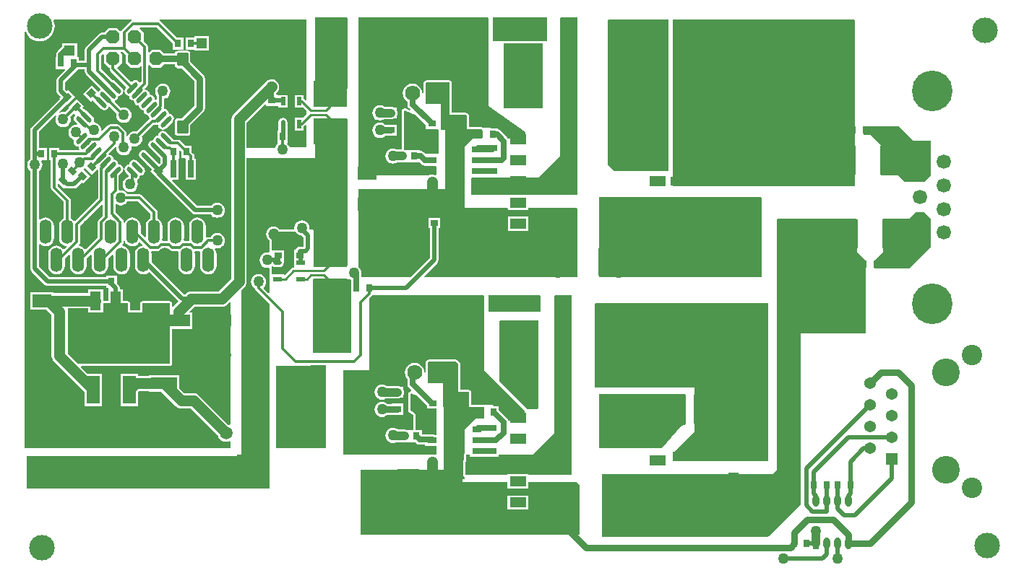
<source format=gtl>
%FSLAX42Y42*%
%MOMM*%
G71*
G01*
G75*
G04 Layer_Physical_Order=1*
G04 Layer_Color=255*
%ADD10R,2.00X3.50*%
%ADD11R,3.61X2.21*%
%ADD12R,1.22X2.24*%
%ADD13R,1.10X1.40*%
%ADD14R,2.10X1.80*%
%ADD15R,1.88X1.17*%
%ADD16R,0.71X2.01*%
%ADD17R,1.55X3.30*%
%ADD18R,2.18X1.52*%
%ADD19R,1.80X3.20*%
%ADD20R,4.00X3.10*%
%ADD21R,1.22X1.22*%
G04:AMPARAMS|DCode=22|XSize=0.55mm|YSize=1.65mm|CornerRadius=0mm|HoleSize=0mm|Usage=FLASHONLY|Rotation=225.000|XOffset=0mm|YOffset=0mm|HoleType=Round|Shape=Round|*
%AMOVALD22*
21,1,1.10,0.55,0.00,0.00,315.0*
1,1,0.55,-0.39,0.39*
1,1,0.55,0.39,-0.39*
%
%ADD22OVALD22*%

G04:AMPARAMS|DCode=23|XSize=0.55mm|YSize=1.65mm|CornerRadius=0mm|HoleSize=0mm|Usage=FLASHONLY|Rotation=135.000|XOffset=0mm|YOffset=0mm|HoleType=Round|Shape=Round|*
%AMOVALD23*
21,1,1.10,0.55,0.00,0.00,225.0*
1,1,0.55,0.39,0.39*
1,1,0.55,-0.39,-0.39*
%
%ADD23OVALD23*%

G04:AMPARAMS|DCode=24|XSize=1.55mm|YSize=1.3mm|CornerRadius=0.1mm|HoleSize=0mm|Usage=FLASHONLY|Rotation=90.000|XOffset=0mm|YOffset=0mm|HoleType=Round|Shape=RoundedRectangle|*
%AMROUNDEDRECTD24*
21,1,1.55,1.10,0,0,90.0*
21,1,1.35,1.30,0,0,90.0*
1,1,0.20,0.55,0.68*
1,1,0.20,0.55,-0.68*
1,1,0.20,-0.55,-0.68*
1,1,0.20,-0.55,0.68*
%
%ADD24ROUNDEDRECTD24*%
%ADD25R,0.55X1.00*%
%ADD26O,0.55X1.00*%
%ADD27R,1.10X1.70*%
%ADD28R,0.90X0.70*%
%ADD29R,1.14X0.76*%
%ADD30R,2.26X3.00*%
%ADD31R,1.20X1.20*%
%ADD32R,2.60X1.10*%
%ADD33R,0.80X0.90*%
%ADD34R,0.90X0.80*%
%ADD35R,1.00X0.55*%
%ADD36O,1.00X0.55*%
%ADD37R,0.70X0.90*%
%ADD38R,1.40X3.30*%
%ADD39R,1.22X1.22*%
G04:AMPARAMS|DCode=40|XSize=0.9mm|YSize=0.7mm|CornerRadius=0mm|HoleSize=0mm|Usage=FLASHONLY|Rotation=315.000|XOffset=0mm|YOffset=0mm|HoleType=Round|Shape=Rectangle|*
%AMROTATEDRECTD40*
4,1,4,-0.57,0.07,-0.07,0.57,0.57,-0.07,0.07,-0.57,-0.57,0.07,0.0*
%
%ADD40ROTATEDRECTD40*%

G04:AMPARAMS|DCode=41|XSize=0.9mm|YSize=0.8mm|CornerRadius=0mm|HoleSize=0mm|Usage=FLASHONLY|Rotation=45.000|XOffset=0mm|YOffset=0mm|HoleType=Round|Shape=Rectangle|*
%AMROTATEDRECTD41*
4,1,4,-0.04,-0.60,-0.60,-0.04,0.04,0.60,0.60,0.04,-0.04,-0.60,0.0*
%
%ADD41ROTATEDRECTD41*%

G04:AMPARAMS|DCode=42|XSize=0.9mm|YSize=0.8mm|CornerRadius=0mm|HoleSize=0mm|Usage=FLASHONLY|Rotation=135.000|XOffset=0mm|YOffset=0mm|HoleType=Round|Shape=Rectangle|*
%AMROTATEDRECTD42*
4,1,4,0.60,-0.04,0.04,-0.60,-0.60,0.04,-0.04,0.60,0.60,-0.04,0.0*
%
%ADD42ROTATEDRECTD42*%

G04:AMPARAMS|DCode=43|XSize=0.9mm|YSize=0.7mm|CornerRadius=0mm|HoleSize=0mm|Usage=FLASHONLY|Rotation=225.000|XOffset=0mm|YOffset=0mm|HoleType=Round|Shape=Rectangle|*
%AMROTATEDRECTD43*
4,1,4,0.07,0.57,0.57,0.07,-0.07,-0.57,-0.57,-0.07,0.07,0.57,0.0*
%
%ADD43ROTATEDRECTD43*%

%ADD44R,1.52X2.18*%
%ADD45R,0.80X1.40*%
%ADD46O,0.80X1.40*%
%ADD47R,3.02X1.42*%
%ADD48R,1.42X3.02*%
%ADD49R,1.40X1.39*%
%ADD50R,4.86X3.36*%
%ADD51C,1.27*%
%ADD52C,0.50*%
%ADD53C,0.70*%
%ADD54C,0.64*%
%ADD55C,0.30*%
%ADD56C,0.75*%
%ADD57C,1.00*%
%ADD58C,0.25*%
%ADD59C,0.51*%
%ADD60R,1.50X1.50*%
%ADD61C,1.50*%
G04:AMPARAMS|DCode=62|XSize=1.57mm|YSize=1.57mm|CornerRadius=0mm|HoleSize=0mm|Usage=FLASHONLY|Rotation=0.000|XOffset=0mm|YOffset=0mm|HoleType=Round|Shape=Octagon|*
%AMOCTAGOND62*
4,1,8,0.79,-0.39,0.79,0.39,0.39,0.79,-0.39,0.79,-0.79,0.39,-0.79,-0.39,-0.39,-0.79,0.39,-0.79,0.79,-0.39,0.0*
%
%ADD62OCTAGOND62*%

%ADD63C,4.76*%
%ADD64R,1.69X1.69*%
%ADD65C,1.69*%
%ADD66O,1.42X2.84*%
%ADD67C,2.30*%
%ADD68C,1.78*%
%ADD69C,3.00*%
%ADD70C,3.25*%
%ADD71C,2.40*%
%ADD72C,1.37*%
%ADD73R,1.37X1.37*%
%ADD74C,1.27*%
%ADD75C,0.80*%
G36*
X10862Y5283D02*
X10871Y5274D01*
X10871Y4343D01*
X8975Y4343D01*
X8966Y4352D01*
X8966Y5283D01*
X10862Y5283D01*
D02*
G37*
G36*
X12852Y5029D02*
Y4750D01*
Y4699D01*
X12776Y4623D01*
X12598Y4445D01*
X12497D01*
X12192Y4448D01*
Y4543D01*
X12294Y4645D01*
Y4674D01*
Y5029D01*
X12598D01*
X12675Y5105D01*
X12776D01*
X12852Y5029D01*
D02*
G37*
G36*
X3937Y3378D02*
Y3327D01*
X2863D01*
X2743Y3447D01*
Y3981D01*
X2985D01*
Y3932D01*
X3157D01*
Y4039D01*
X3447D01*
Y3932D01*
X3619D01*
Y4039D01*
X3937D01*
Y3378D01*
D02*
G37*
G36*
X8280Y4123D02*
X8280Y3937D01*
X7680Y3937D01*
X7671Y3946D01*
X7671Y4132D01*
X8271Y4132D01*
X8280Y4123D01*
D02*
G37*
G36*
X5173Y4913D02*
X5188Y4906D01*
X5201Y4896D01*
X5209Y4887D01*
X5210Y4886D01*
X5211Y4884D01*
X5214Y4882D01*
X5216Y4880D01*
X5218Y4880D01*
X5219Y4879D01*
X5222Y4878D01*
X5225Y4877D01*
X5227Y4877D01*
X5229Y4877D01*
X5390D01*
X5391Y4877D01*
X5392Y4877D01*
X5396Y4878D01*
X5400Y4879D01*
X5409Y4880D01*
X5423Y4862D01*
X5442Y4847D01*
X5463Y4838D01*
X5481Y4836D01*
X5505Y4812D01*
Y4705D01*
X5461D01*
X5441Y4701D01*
X5425Y4690D01*
X5414Y4673D01*
X5413Y4669D01*
X5391D01*
Y4539D01*
X5391D01*
X5394Y4536D01*
Y4462D01*
X5383Y4458D01*
X5370Y4455D01*
X5358Y4447D01*
X5358Y4447D01*
X5285Y4375D01*
X5274Y4377D01*
Y4377D01*
X5274Y4377D01*
X5140D01*
X5131Y4386D01*
Y4446D01*
X5131Y4448D01*
X5131Y4449D01*
X5131Y4450D01*
X5130Y4454D01*
X5129Y4458D01*
Y4458D01*
X5130Y4467D01*
X5132Y4470D01*
X5142Y4474D01*
X5156Y4465D01*
X5176Y4461D01*
X5221D01*
X5242Y4465D01*
X5259Y4477D01*
X5271Y4494D01*
X5275Y4515D01*
X5273Y4526D01*
X5277Y4539D01*
X5277D01*
X5277Y4539D01*
Y4659D01*
X5137D01*
X5131Y4669D01*
Y4779D01*
X5131Y4780D01*
X5131Y4782D01*
X5130Y4785D01*
X5129Y4789D01*
X5128Y4790D01*
X5127Y4792D01*
X5125Y4794D01*
X5123Y4797D01*
X5122Y4798D01*
X5121Y4799D01*
X5111Y4806D01*
X5101Y4820D01*
X5095Y4835D01*
X5093Y4851D01*
X5095Y4868D01*
X5101Y4883D01*
X5104Y4887D01*
X5104Y4887D01*
X5111Y4896D01*
X5121Y4904D01*
X5124Y4906D01*
X5140Y4913D01*
X5156Y4915D01*
X5173Y4913D01*
D02*
G37*
G36*
X3640Y5162D02*
X3640Y5162D01*
X3714Y5089D01*
Y5035D01*
X3707Y5032D01*
X3687Y5016D01*
X3671Y4996D01*
X3662Y4973D01*
X3658Y4948D01*
Y4820D01*
X3646Y4815D01*
X3598Y4863D01*
Y4948D01*
X3595Y4973D01*
X3585Y4996D01*
X3570Y5016D01*
X3550Y5032D01*
X3526Y5042D01*
X3501Y5045D01*
X3476Y5042D01*
X3453Y5032D01*
X3433Y5016D01*
X3417Y4996D01*
X3412Y4983D01*
X3399Y4986D01*
Y4994D01*
X3396Y5010D01*
X3387Y5023D01*
X3387Y5023D01*
X3301Y5109D01*
Y5199D01*
X3312Y5204D01*
X3319Y5199D01*
X3340Y5190D01*
X3363Y5187D01*
X3387Y5190D01*
X3408Y5199D01*
X3427Y5214D01*
X3441Y5232D01*
X3442Y5236D01*
X3567D01*
X3640Y5162D01*
D02*
G37*
G36*
X8712Y7391D02*
X8712Y5309D01*
X7468Y5309D01*
X7468Y5503D01*
X7477Y5512D01*
X8255D01*
X8280Y5537D01*
X8458Y5715D01*
X8509Y5766D01*
Y7382D01*
X8518Y7391D01*
X8712Y7391D01*
D02*
G37*
G36*
X6020Y4485D02*
X6009Y4481D01*
X5629D01*
X5620Y4490D01*
Y4892D01*
X5620Y4892D01*
Y4892D01*
X5620Y4896D01*
X5613Y4902D01*
X5610Y4902D01*
X5610D01*
X5610D01*
X5582D01*
X5574Y4912D01*
X5576Y4925D01*
X5573Y4948D01*
X5564Y4969D01*
X5550Y4988D01*
X5531Y5002D01*
X5510Y5011D01*
X5486Y5014D01*
X5463Y5011D01*
X5442Y5002D01*
X5423Y4988D01*
X5409Y4969D01*
X5400Y4948D01*
X5397Y4925D01*
X5399Y4912D01*
X5390Y4902D01*
X5229D01*
X5219Y4915D01*
X5201Y4929D01*
X5179Y4938D01*
X5156Y4941D01*
X5133Y4938D01*
X5112Y4929D01*
X5093Y4915D01*
X5084Y4902D01*
D01*
X5079Y4896D01*
X5070Y4875D01*
X5067Y4851D01*
X5070Y4828D01*
X5079Y4807D01*
X5093Y4788D01*
X5105Y4779D01*
Y4645D01*
X5093Y4634D01*
X5080Y4636D01*
X5057Y4633D01*
X5035Y4624D01*
X5017Y4610D01*
X5003Y4591D01*
X4994Y4570D01*
X4991Y4547D01*
X4994Y4523D01*
X5003Y4502D01*
X5017Y4483D01*
X5035Y4469D01*
X5057Y4460D01*
X5080Y4457D01*
X5093Y4459D01*
X5105Y4448D01*
Y4343D01*
X5105D01*
Y4164D01*
X5094Y4159D01*
X5038Y4215D01*
X5039Y4227D01*
X5042Y4229D01*
X5056Y4248D01*
X5065Y4269D01*
X5068Y4293D01*
X5065Y4316D01*
X5056Y4337D01*
X5042Y4356D01*
X5023Y4370D01*
X5002Y4379D01*
X4978Y4382D01*
X4955Y4379D01*
X4934Y4370D01*
X4915Y4356D01*
X4901Y4337D01*
X4892Y4316D01*
X4889Y4293D01*
X4892Y4269D01*
X4901Y4248D01*
X4915Y4229D01*
X4934Y4215D01*
X4938Y4213D01*
X4940Y4203D01*
X4941Y4201D01*
X4950Y4188D01*
X5105Y4032D01*
Y3302D01*
Y2337D01*
X5105D01*
Y1865D01*
X4733Y1865D01*
X4733Y1865D01*
X2261D01*
Y2250D01*
X4724D01*
Y2261D01*
X4775D01*
Y4192D01*
X4813Y4229D01*
X4827Y4248D01*
X4836Y4269D01*
X4839Y4293D01*
Y4911D01*
Y5063D01*
Y5131D01*
Y5740D01*
X5639D01*
Y6198D01*
X6020D01*
Y4485D01*
D02*
G37*
G36*
X3152Y5189D02*
Y5067D01*
X3107Y5023D01*
X3098Y5010D01*
X3098Y5007D01*
X3095Y4994D01*
X3095Y4994D01*
Y4808D01*
X2960Y4673D01*
X2944Y4674D01*
X2935Y4686D01*
X2915Y4702D01*
X2891Y4711D01*
X2879Y4713D01*
X2875Y4726D01*
X2879Y4731D01*
X2879Y4731D01*
X2888Y4744D01*
X2891Y4760D01*
Y4945D01*
X3140Y5194D01*
X3152Y5189D01*
D02*
G37*
G36*
X6051Y4317D02*
X6065Y4311D01*
Y4286D01*
X6063D01*
Y4146D01*
X6063D01*
X6067Y4142D01*
Y3458D01*
X6065Y3454D01*
X5613D01*
Y4318D01*
X6050D01*
X6051Y4317D01*
D02*
G37*
G36*
X8647Y4139D02*
X8647Y2027D01*
X8142D01*
X8135Y2033D01*
Y2033D01*
X7897D01*
Y2027D01*
X7402D01*
X7402Y2182D01*
X7411Y2191D01*
X7412D01*
Y2260D01*
X7452D01*
Y2240D01*
X7616D01*
Y2240D01*
X7725D01*
X7731Y2242D01*
X7795D01*
Y2260D01*
X8190D01*
X8215Y2285D01*
X8393Y2463D01*
X8444Y2514D01*
Y4130D01*
X8453Y4139D01*
X8647Y4139D01*
D02*
G37*
G36*
X9982Y2963D02*
X9982Y2616D01*
X9931Y2603D01*
X9703Y2337D01*
X8966D01*
Y2972D01*
X9973D01*
X9982Y2963D01*
D02*
G37*
G36*
X11328Y5029D02*
Y5029D01*
X11980Y5029D01*
X11989Y5020D01*
Y4645D01*
X12090Y4543D01*
Y3683D01*
X11328Y3683D01*
X11328Y2032D01*
Y1981D01*
Y1676D01*
X10959Y1307D01*
X10947Y1312D01*
Y1295D01*
X9003D01*
Y2032D01*
X10998D01*
X11049Y2083D01*
X11049Y5020D01*
X11058Y5029D01*
X11328Y5029D01*
D02*
G37*
G36*
X10947Y4039D02*
X10947Y3057D01*
X10947Y3057D01*
X10947Y2193D01*
X10938Y2184D01*
X9830D01*
Y2283D01*
X9855Y2308D01*
X10084Y2537D01*
X10084Y3048D01*
X8915Y3048D01*
X8915Y4030D01*
X8924Y4039D01*
X10947Y4039D01*
D02*
G37*
G36*
X5766Y2337D02*
X5191Y2337D01*
X5182Y2346D01*
Y3302D01*
X5588D01*
Y3312D01*
X5766D01*
Y2337D01*
D02*
G37*
G36*
X7315Y3327D02*
Y3073D01*
Y2997D01*
X7442D01*
Y2819D01*
X7148D01*
X7620Y2819D01*
X7620D01*
Y2696D01*
X7611Y2687D01*
X7519Y2687D01*
X7452Y2620D01*
X7452D01*
Y2620D01*
X7391Y2559D01*
Y2274D01*
X7388Y2269D01*
X7386Y2260D01*
Y2202D01*
X7384Y2200D01*
X7379Y2192D01*
X7377Y2182D01*
X7377Y2027D01*
X7379Y2017D01*
X7384Y2009D01*
X7391Y2004D01*
Y1985D01*
X7382Y1976D01*
X7366D01*
Y1943D01*
X7897D01*
Y1866D01*
X8135D01*
Y1943D01*
X8699D01*
X8738Y1905D01*
Y1753D01*
X8738Y1321D01*
X6181Y1321D01*
X6172Y1330D01*
X6172Y1753D01*
X6172D01*
Y2083D01*
X7148Y2083D01*
X7148Y2819D01*
X7137D01*
Y3099D01*
X6960Y3099D01*
X6960Y3344D01*
X6969Y3353D01*
X7290Y3353D01*
X7315Y3327D01*
D02*
G37*
G36*
X8255Y2810D02*
X8246Y2801D01*
X8121Y2801D01*
X7798Y3124D01*
X7798Y3826D01*
X7807Y3835D01*
X8255D01*
Y2810D01*
D02*
G37*
G36*
X6843Y2948D02*
X6951Y2840D01*
Y2804D01*
X7008D01*
X7014Y2802D01*
X7021D01*
X7027Y2804D01*
X7061D01*
X7061Y2502D01*
X7052Y2493D01*
X7043D01*
X7037Y2497D01*
X7013Y2502D01*
X6895D01*
X6894Y2502D01*
Y2551D01*
X6826D01*
X6817Y2560D01*
X6817Y2739D01*
X6793Y2763D01*
X6756Y2780D01*
X6756Y2973D01*
X6767Y2980D01*
X6843Y2948D01*
D02*
G37*
G36*
X7620Y4126D02*
X7620Y3251D01*
X8096Y2775D01*
X8109Y2709D01*
X8090Y2662D01*
X7905D01*
X7904Y2671D01*
X7904Y2671D01*
X7904Y2671D01*
X7896Y2683D01*
X7890Y2691D01*
X7791Y2790D01*
Y2833D01*
X7729D01*
Y2837D01*
X7721Y2845D01*
X7620D01*
Y2845D01*
X7607Y2845D01*
X7468D01*
Y2997D01*
X7466Y3007D01*
X7460Y3015D01*
X7452Y3021D01*
X7442Y3023D01*
X7341D01*
Y3073D01*
Y3327D01*
X7339Y3337D01*
X7337Y3340D01*
X7333Y3345D01*
X7308Y3371D01*
X7300Y3376D01*
X7290Y3378D01*
X6969Y3378D01*
X6959Y3376D01*
X6951Y3371D01*
X6942Y3362D01*
X6936Y3354D01*
X6934Y3344D01*
X6934Y3232D01*
X6921Y3231D01*
X6918Y3256D01*
X6907Y3283D01*
X6888Y3307D01*
X6865Y3325D01*
X6837Y3337D01*
X6807Y3341D01*
X6777Y3337D01*
X6750Y3325D01*
X6726Y3307D01*
X6708Y3283D01*
X6696Y3256D01*
X6692Y3226D01*
X6696Y3196D01*
X6708Y3168D01*
X6723Y3148D01*
Y3093D01*
X6728Y3070D01*
X6741Y3050D01*
X6771Y3020D01*
X6771Y3017D01*
X6767Y3005D01*
X6764Y3005D01*
X6762D01*
X6760Y3004D01*
X6757Y3003D01*
X6755Y3002D01*
X6753Y3001D01*
X6742Y2994D01*
X6740Y2992D01*
X6738Y2991D01*
X6737Y2989D01*
X6735Y2987D01*
X6734Y2985D01*
X6733Y2982D01*
X6732Y2980D01*
X6731Y2978D01*
Y2975D01*
X6731Y2973D01*
X6731Y2780D01*
X6732Y2775D01*
X6733Y2770D01*
X6733Y2770D01*
X6733Y2770D01*
X6735Y2766D01*
X6738Y2762D01*
X6738Y2762D01*
X6738Y2762D01*
X6742Y2759D01*
X6746Y2756D01*
X6778Y2742D01*
X6792Y2728D01*
X6792Y2560D01*
X6784Y2551D01*
X6764D01*
X6764Y2551D01*
X6764D01*
X6754D01*
Y2551D01*
X6752Y2551D01*
X6716D01*
X6709Y2554D01*
X6689Y2556D01*
X6611D01*
X6598Y2567D01*
X6576Y2575D01*
X6553Y2578D01*
X6530Y2575D01*
X6509Y2567D01*
X6490Y2552D01*
X6476Y2534D01*
X6467Y2512D01*
X6464Y2489D01*
X6467Y2466D01*
X6476Y2445D01*
X6490Y2426D01*
X6509Y2412D01*
X6530Y2403D01*
X6553Y2400D01*
X6576Y2403D01*
X6581Y2405D01*
X6689D01*
X6709Y2408D01*
X6716Y2411D01*
X6752D01*
X6754Y2411D01*
X6754Y2411D01*
X6764D01*
Y2411D01*
X6764Y2411D01*
X6813D01*
X6826Y2398D01*
X6846Y2384D01*
X6869Y2380D01*
X6931D01*
Y2367D01*
X7061D01*
Y2261D01*
X7040D01*
X7037Y2262D01*
X7013Y2265D01*
X6990Y2262D01*
X6987Y2261D01*
X5969D01*
Y2845D01*
Y3251D01*
X6274D01*
Y4098D01*
X6301Y4126D01*
X6308Y4135D01*
X7611Y4135D01*
X7620Y4126D01*
D02*
G37*
G36*
X8306Y6325D02*
X7849D01*
Y7087D01*
X8306D01*
Y6325D01*
D02*
G37*
G36*
X3169Y6958D02*
Y6857D01*
X3221Y6805D01*
X3232D01*
Y6792D01*
X3232Y6792D01*
X3234Y6779D01*
X3235Y6776D01*
X3244Y6763D01*
X3426Y6581D01*
Y6568D01*
X3422Y6565D01*
X3410Y6547D01*
X3406Y6527D01*
X3410Y6506D01*
X3422Y6489D01*
X3439Y6477D01*
X3460Y6473D01*
X3463Y6470D01*
X3467Y6450D01*
X3478Y6432D01*
X3496Y6421D01*
X3516Y6417D01*
X3519Y6414D01*
X3523Y6393D01*
X3535Y6376D01*
X3552Y6364D01*
X3573Y6360D01*
X3576Y6357D01*
X3580Y6336D01*
X3592Y6319D01*
X3609Y6308D01*
X3629Y6303D01*
X3632Y6300D01*
X3637Y6280D01*
X3648Y6263D01*
X3665Y6251D01*
X3686Y6247D01*
X3689Y6244D01*
X3693Y6223D01*
X3698Y6216D01*
X3705Y6206D01*
X3697Y6197D01*
X3554Y6054D01*
X3550Y6055D01*
X3527Y6058D01*
X3503Y6055D01*
X3482Y6046D01*
X3463Y6032D01*
X3449Y6014D01*
X3442Y5997D01*
X3430Y5999D01*
Y6037D01*
X3430Y6037D01*
X3426Y6053D01*
X3424Y6057D01*
X3418Y6066D01*
X3418Y6066D01*
X3357Y6127D01*
X3344Y6136D01*
X3341Y6136D01*
X3328Y6139D01*
X3328Y6139D01*
X3242D01*
X3242Y6139D01*
X3229Y6136D01*
X3227Y6136D01*
X3214Y6127D01*
X3214Y6127D01*
X3147Y6061D01*
X3135Y6067D01*
X3136Y6071D01*
X3133Y6094D01*
X3124Y6116D01*
X3110Y6134D01*
X3091Y6149D01*
X3070Y6157D01*
X3060Y6159D01*
X3058Y6160D01*
X3051Y6173D01*
X3054Y6187D01*
X3050Y6208D01*
X3038Y6225D01*
X2960Y6303D01*
X2943Y6315D01*
X2932Y6317D01*
X2914Y6334D01*
X2935Y6355D01*
X2850Y6440D01*
X2751Y6341D01*
X2756Y6336D01*
Y6323D01*
X2715Y6282D01*
X2712Y6284D01*
X2688Y6287D01*
X2665Y6284D01*
X2651Y6278D01*
X2644Y6289D01*
X2724Y6368D01*
X2730Y6362D01*
X2829Y6461D01*
X2744Y6546D01*
X2731Y6532D01*
X2714Y6549D01*
Y6634D01*
X2862Y6782D01*
X2942D01*
Y6760D01*
X2946Y6740D01*
X2957Y6724D01*
X3128Y6553D01*
X3125Y6538D01*
X3111Y6529D01*
X3108Y6526D01*
X3096Y6524D01*
X3021Y6599D01*
X2922Y6500D01*
X3014Y6408D01*
X3029Y6424D01*
X3042Y6418D01*
X3043Y6414D01*
X3054Y6397D01*
X3132Y6319D01*
X3149Y6308D01*
X3170Y6303D01*
X3190Y6308D01*
X3208Y6319D01*
X3219Y6336D01*
X3221Y6344D01*
X3234Y6348D01*
X3313Y6269D01*
X3310Y6248D01*
X3313Y6225D01*
X3322Y6204D01*
X3336Y6185D01*
X3355Y6171D01*
X3376Y6162D01*
X3400Y6159D01*
X3423Y6162D01*
X3444Y6171D01*
X3463Y6185D01*
X3477Y6204D01*
X3486Y6225D01*
X3489Y6248D01*
X3486Y6272D01*
X3477Y6293D01*
X3463Y6312D01*
X3444Y6326D01*
X3423Y6335D01*
X3400Y6338D01*
X3376Y6335D01*
X3367Y6331D01*
X3292Y6405D01*
X3296Y6419D01*
X3303Y6421D01*
X3321Y6432D01*
X3332Y6450D01*
X3336Y6470D01*
X3339Y6473D01*
X3360Y6477D01*
X3377Y6489D01*
X3389Y6506D01*
X3393Y6527D01*
X3389Y6547D01*
X3377Y6565D01*
X3300Y6642D01*
X3282Y6654D01*
X3267Y6657D01*
X3136Y6788D01*
Y6943D01*
X3158Y6965D01*
X3169Y6958D01*
D02*
G37*
G36*
X7671Y7382D02*
Y6477D01*
X7671Y6350D01*
X8103Y6045D01*
X8103Y5969D01*
X7905D01*
X7894Y5984D01*
X7816Y6063D01*
X7796Y6076D01*
X7780Y6079D01*
Y6090D01*
X7696D01*
Y6096D01*
X7614D01*
X7613Y6097D01*
X7604Y6103D01*
X7595Y6105D01*
X7442D01*
Y6239D01*
X7440Y6249D01*
X7435Y6257D01*
X7426Y6266D01*
X7418Y6272D01*
X7408Y6274D01*
X7248Y6274D01*
X7239Y6283D01*
X7239Y6629D01*
X7237Y6639D01*
X7232Y6647D01*
X7223Y6653D01*
X7214Y6655D01*
X6943Y6655D01*
X6933Y6653D01*
X6925Y6647D01*
X6916Y6638D01*
X6911Y6630D01*
X6909Y6620D01*
Y6508D01*
X6896Y6508D01*
X6893Y6532D01*
X6881Y6560D01*
X6863Y6584D01*
X6839Y6602D01*
X6812Y6613D01*
X6782Y6617D01*
X6752Y6613D01*
X6724Y6602D01*
X6701Y6584D01*
X6682Y6560D01*
X6671Y6532D01*
X6667Y6502D01*
X6671Y6473D01*
X6682Y6445D01*
X6701Y6421D01*
X6723Y6404D01*
Y6372D01*
X6728Y6348D01*
X6741Y6329D01*
X6755Y6315D01*
X6748Y6304D01*
X6700Y6324D01*
X6697Y6325D01*
X6695Y6326D01*
X6692D01*
X6690Y6326D01*
X6687Y6326D01*
X6685D01*
X6683Y6325D01*
X6680Y6324D01*
X6678Y6323D01*
X6676Y6322D01*
X6665Y6315D01*
X6663Y6313D01*
X6661Y6312D01*
X6660Y6309D01*
X6658Y6308D01*
X6657Y6305D01*
X6656Y6303D01*
X6655Y6301D01*
X6654Y6299D01*
Y6296D01*
X6654Y6294D01*
X6654Y5850D01*
X6645Y5841D01*
X6600D01*
X6598Y5843D01*
X6576Y5852D01*
X6553Y5855D01*
X6530Y5852D01*
X6509Y5843D01*
X6490Y5829D01*
X6476Y5810D01*
X6467Y5789D01*
X6464Y5766D01*
X6467Y5743D01*
X6476Y5721D01*
X6490Y5703D01*
X6509Y5688D01*
X6530Y5680D01*
X6553Y5677D01*
X6576Y5680D01*
X6598Y5688D01*
X6600Y5690D01*
X6661D01*
X6681Y5693D01*
X6688Y5696D01*
X6723D01*
X6726Y5696D01*
X6726Y5696D01*
X6736D01*
Y5696D01*
X6736Y5696D01*
X6861D01*
X6885Y5672D01*
X6885Y5672D01*
X6885Y5672D01*
X6895Y5665D01*
X6905Y5658D01*
X6905Y5658D01*
X6905Y5658D01*
X6916Y5656D01*
X6928Y5654D01*
Y5652D01*
X7052D01*
X7061Y5643D01*
Y5549D01*
X7061Y5549D01*
X7048Y5541D01*
X7034Y5547D01*
X7010Y5550D01*
X6987Y5547D01*
X6966Y5538D01*
X6964Y5537D01*
X6156Y5537D01*
X6147Y5546D01*
X6147Y7391D01*
X7662Y7391D01*
X7671Y7382D01*
D02*
G37*
G36*
X2824Y6259D02*
X2825Y6258D01*
X2828Y6246D01*
X2816Y6229D01*
X2812Y6208D01*
X2816Y6188D01*
X2828Y6171D01*
X2853Y6146D01*
X2847Y6134D01*
X2841Y6134D01*
X2818Y6131D01*
X2796Y6123D01*
X2778Y6108D01*
X2763Y6090D01*
X2755Y6068D01*
X2752Y6045D01*
X2755Y6022D01*
X2763Y6001D01*
X2778Y5982D01*
X2796Y5968D01*
X2808Y5963D01*
X2816Y5953D01*
X2812Y5933D01*
X2816Y5912D01*
X2828Y5895D01*
X2845Y5883D01*
X2866Y5879D01*
X2869Y5876D01*
X2873Y5856D01*
X2879Y5847D01*
X2872Y5834D01*
X2646D01*
Y5861D01*
X2526D01*
Y5721D01*
X2546D01*
Y5396D01*
X2546Y5396D01*
X2549Y5383D01*
X2549Y5380D01*
X2558Y5367D01*
X2698Y5227D01*
Y5035D01*
X2691Y5032D01*
X2671Y5016D01*
X2655Y4996D01*
X2646Y4973D01*
X2642Y4948D01*
Y4806D01*
X2646Y4781D01*
X2655Y4757D01*
X2671Y4737D01*
X2691Y4722D01*
X2714Y4712D01*
X2726Y4711D01*
X2730Y4697D01*
X2706Y4673D01*
X2690Y4675D01*
X2681Y4686D01*
X2661Y4702D01*
X2637Y4711D01*
X2612Y4715D01*
X2587Y4711D01*
X2564Y4702D01*
X2544Y4686D01*
X2528Y4666D01*
X2519Y4643D01*
X2515Y4618D01*
Y4475D01*
X2519Y4450D01*
X2528Y4427D01*
X2544Y4407D01*
X2564Y4392D01*
X2587Y4382D01*
X2612Y4379D01*
X2637Y4382D01*
X2661Y4392D01*
X2681Y4407D01*
X2696Y4427D01*
X2706Y4450D01*
X2709Y4475D01*
Y4561D01*
X2757Y4608D01*
X2769Y4603D01*
Y4475D01*
X2773Y4450D01*
X2782Y4427D01*
X2798Y4407D01*
X2818Y4392D01*
X2841Y4382D01*
X2866Y4379D01*
X2891Y4382D01*
X2915Y4392D01*
X2935Y4407D01*
X2950Y4427D01*
X2960Y4450D01*
X2963Y4475D01*
Y4560D01*
X3011Y4608D01*
X3023Y4603D01*
Y4475D01*
X3027Y4450D01*
X3036Y4427D01*
X3052Y4407D01*
X3072Y4392D01*
X3095Y4382D01*
X3120Y4379D01*
X3145Y4382D01*
X3169Y4392D01*
X3189Y4407D01*
X3204Y4427D01*
X3214Y4450D01*
X3217Y4475D01*
Y4561D01*
X3265Y4608D01*
X3277Y4603D01*
Y4475D01*
X3281Y4450D01*
X3290Y4427D01*
X3306Y4407D01*
X3326Y4392D01*
X3349Y4382D01*
X3374Y4379D01*
X3399Y4382D01*
X3423Y4392D01*
X3443Y4407D01*
X3458Y4427D01*
X3468Y4450D01*
X3471Y4475D01*
Y4618D01*
X3468Y4643D01*
X3458Y4666D01*
X3443Y4686D01*
X3423Y4702D01*
X3399Y4711D01*
X3387Y4713D01*
X3383Y4726D01*
X3387Y4731D01*
X3387Y4731D01*
X3396Y4744D01*
X3399Y4760D01*
Y4768D01*
X3412Y4770D01*
X3417Y4757D01*
X3433Y4737D01*
X3453Y4722D01*
X3476Y4712D01*
X3501Y4709D01*
X3526Y4712D01*
X3550Y4722D01*
X3570Y4737D01*
X3579Y4749D01*
X3595Y4750D01*
X3619Y4726D01*
X3615Y4713D01*
X3603Y4711D01*
X3580Y4702D01*
X3560Y4686D01*
X3544Y4666D01*
X3535Y4643D01*
X3531Y4618D01*
Y4475D01*
X3535Y4450D01*
X3544Y4427D01*
X3560Y4407D01*
X3580Y4392D01*
X3603Y4382D01*
X3628Y4379D01*
X3653Y4382D01*
X3677Y4392D01*
X3696Y4407D01*
X4039Y4064D01*
X3975Y4000D01*
X3975Y3999D01*
X3962Y4003D01*
Y4039D01*
X3961Y4048D01*
X3955Y4057D01*
X3947Y4062D01*
X3937Y4064D01*
X3619D01*
X3609Y4062D01*
X3601Y4057D01*
X3596Y4048D01*
X3594Y4039D01*
Y3958D01*
X3473D01*
Y4039D01*
X3471Y4048D01*
X3465Y4057D01*
X3457Y4062D01*
X3447Y4064D01*
X3388D01*
Y4206D01*
X3353D01*
Y4219D01*
X3349Y4238D01*
X3338Y4255D01*
X3322Y4270D01*
Y4363D01*
X3192D01*
Y4344D01*
X2532D01*
X2409Y4466D01*
Y4727D01*
X2422Y4733D01*
X2437Y4722D01*
X2460Y4712D01*
X2485Y4709D01*
X2510Y4712D01*
X2534Y4722D01*
X2554Y4737D01*
X2569Y4757D01*
X2579Y4781D01*
X2582Y4806D01*
Y4948D01*
X2579Y4973D01*
X2569Y4996D01*
X2554Y5016D01*
X2534Y5032D01*
X2510Y5042D01*
X2485Y5045D01*
X2460Y5042D01*
X2437Y5032D01*
X2422Y5020D01*
X2409Y5027D01*
Y5592D01*
X2421Y5601D01*
X2436Y5620D01*
X2444Y5641D01*
X2447Y5664D01*
X2444Y5687D01*
X2436Y5709D01*
X2435Y5710D01*
X2440Y5721D01*
X2496D01*
Y5861D01*
X2409D01*
Y6054D01*
X2597Y6242D01*
X2608Y6235D01*
X2602Y6221D01*
X2599Y6198D01*
X2602Y6174D01*
X2611Y6153D01*
X2625Y6134D01*
X2644Y6120D01*
X2665Y6111D01*
X2688Y6108D01*
X2712Y6111D01*
X2733Y6120D01*
X2752Y6134D01*
X2766Y6153D01*
X2775Y6174D01*
X2778Y6198D01*
X2775Y6221D01*
X2773Y6225D01*
X2807Y6259D01*
X2824Y6259D01*
D02*
G37*
G36*
X6020Y7382D02*
X6020Y6553D01*
X5889Y6553D01*
X5639Y6553D01*
Y7391D01*
X6011Y7391D01*
X6020Y7382D01*
D02*
G37*
G36*
X8357Y7112D02*
X8306D01*
X8306Y7112D01*
X7849D01*
X7848Y7112D01*
X7731D01*
X7722Y7121D01*
X7722Y7391D01*
X8357D01*
Y7112D01*
D02*
G37*
G36*
X3490Y7366D02*
X3491Y7353D01*
X3489Y7353D01*
X3475Y7344D01*
X3379Y7248D01*
X3372Y7237D01*
X3361Y7234D01*
X3357Y7234D01*
X3324Y7267D01*
X3221D01*
X3169Y7215D01*
Y7214D01*
X3146D01*
X3126Y7210D01*
X3110Y7199D01*
X2957Y7046D01*
X2957Y7046D01*
Y7046D01*
X2946Y7030D01*
X2942Y7010D01*
X2942Y7010D01*
Y6884D01*
X2874D01*
Y6928D01*
X2851D01*
Y7093D01*
X2679D01*
Y7052D01*
X2673Y7048D01*
X2623Y6998D01*
X2611Y6980D01*
X2606Y6957D01*
Y6928D01*
X2604D01*
Y6788D01*
X2708D01*
X2712Y6776D01*
X2627Y6691D01*
X2616Y6674D01*
X2612Y6655D01*
Y6528D01*
X2616Y6508D01*
X2627Y6492D01*
X2658Y6460D01*
X2645Y6447D01*
X2651Y6440D01*
X2322Y6111D01*
X2311Y6095D01*
X2307Y6075D01*
Y5791D01*
Y5737D01*
X2295Y5727D01*
X2281Y5709D01*
X2272Y5687D01*
X2269Y5664D01*
X2272Y5641D01*
X2281Y5620D01*
X2295Y5601D01*
X2307Y5592D01*
Y4445D01*
X2311Y4425D01*
X2322Y4409D01*
X2475Y4257D01*
X2491Y4246D01*
X2511Y4242D01*
X3192D01*
Y4223D01*
X3219D01*
X3222Y4219D01*
X3216Y4206D01*
X3216D01*
Y4064D01*
X3164D01*
X3159Y4070D01*
X3157Y4087D01*
Y4206D01*
X2985D01*
Y4159D01*
X2572D01*
Y4171D01*
X2304D01*
Y3969D01*
X2489D01*
X2552Y3906D01*
Y3422D01*
X2555Y3399D01*
X2564Y3378D01*
X2578Y3359D01*
X2939Y2999D01*
Y2833D01*
X3144D01*
Y3213D01*
X2977D01*
X2900Y3290D01*
X2905Y3302D01*
X3937D01*
X3947Y3304D01*
X3955Y3309D01*
X3961Y3318D01*
X3962Y3327D01*
Y3378D01*
Y3739D01*
X4202D01*
Y3932D01*
X4176D01*
X4171Y3943D01*
X4228Y4000D01*
X4547D01*
X4570Y4003D01*
X4591Y4012D01*
X4610Y4026D01*
X4636Y4053D01*
X4648Y4048D01*
Y2616D01*
X4635Y2607D01*
X4628Y2610D01*
X4280Y2959D01*
X4261Y2973D01*
X4240Y2982D01*
X4216Y2985D01*
X4110D01*
X4050Y3045D01*
Y3195D01*
X3697D01*
Y3188D01*
X3564D01*
Y3213D01*
X3359D01*
Y2833D01*
X3564D01*
Y2999D01*
X3574Y3010D01*
X3697D01*
Y3003D01*
X3839D01*
X4010Y2832D01*
X4028Y2818D01*
X4050Y2809D01*
X4073Y2806D01*
X4179D01*
X4502Y2484D01*
X4510Y2464D01*
X4526Y2443D01*
X4547Y2427D01*
X4571Y2417D01*
X4597Y2414D01*
X4624Y2417D01*
X4635Y2422D01*
X4648Y2414D01*
Y2337D01*
X2244Y2337D01*
X2235Y2346D01*
X2235Y7229D01*
X2248Y7231D01*
X2251Y7223D01*
X2267Y7192D01*
X2289Y7165D01*
X2315Y7144D01*
X2346Y7127D01*
X2379Y7117D01*
X2413Y7114D01*
X2447Y7117D01*
X2480Y7127D01*
X2511Y7144D01*
X2537Y7165D01*
X2559Y7192D01*
X2575Y7223D01*
X2585Y7255D01*
X2589Y7290D01*
X2585Y7324D01*
X2577Y7353D01*
X2583Y7366D01*
X3490Y7366D01*
D02*
G37*
G36*
X3423Y6955D02*
Y6857D01*
X3475Y6805D01*
X3578D01*
X3593Y6819D01*
X3605Y6815D01*
Y6638D01*
X3595Y6630D01*
X3583Y6632D01*
X3575Y6642D01*
X3558Y6654D01*
X3537Y6658D01*
X3517Y6654D01*
X3500Y6642D01*
X3496Y6639D01*
X3483D01*
X3322Y6800D01*
X3324Y6805D01*
X3376Y6857D01*
Y6961D01*
X3362Y6975D01*
X3367Y6987D01*
X3391D01*
X3423Y6955D01*
D02*
G37*
G36*
X5537Y7366D02*
Y6425D01*
X5525Y6420D01*
X5510Y6436D01*
X5507Y6438D01*
Y6484D01*
X5402D01*
Y6334D01*
X5503D01*
X5537Y6300D01*
Y6252D01*
X5499Y6214D01*
X5402D01*
Y6064D01*
X5507D01*
Y6113D01*
X5525Y6132D01*
X5537Y6127D01*
Y5867D01*
X5343Y5867D01*
X5335Y5887D01*
X5321Y5905D01*
X5312Y5912D01*
X5317Y5924D01*
X5317D01*
X5317Y5924D01*
Y6064D01*
X5315D01*
Y6103D01*
X5318Y6116D01*
Y6161D01*
X5314Y6182D01*
X5302Y6199D01*
X5285Y6211D01*
X5264Y6215D01*
X5244Y6211D01*
X5227Y6199D01*
X5215Y6182D01*
X5211Y6161D01*
Y6116D01*
X5213Y6103D01*
Y6064D01*
X5197D01*
Y5924D01*
X5199D01*
X5203Y5912D01*
X5195Y5905D01*
X5180Y5887D01*
X5172Y5866D01*
X4848Y5865D01*
X4839Y5874D01*
Y6161D01*
X5049Y6371D01*
X5061Y6366D01*
Y6355D01*
X5201D01*
X5201Y6355D01*
Y6355D01*
X5201Y6355D01*
X5212Y6351D01*
Y6334D01*
X5317D01*
Y6484D01*
X5212D01*
X5212Y6484D01*
D01*
X5201Y6485D01*
Y6485D01*
X5200Y6485D01*
X5182D01*
Y6503D01*
X5194Y6515D01*
X5208Y6534D01*
X5214Y6549D01*
X5217Y6555D01*
X5220Y6579D01*
X5217Y6602D01*
X5208Y6623D01*
X5194Y6642D01*
X5175Y6656D01*
X5154Y6665D01*
X5131Y6668D01*
X5108Y6665D01*
X5101Y6662D01*
X5086Y6656D01*
X5068Y6642D01*
X4687Y6261D01*
X4672Y6242D01*
X4664Y6221D01*
X4661Y6198D01*
Y5131D01*
Y4330D01*
X4510Y4179D01*
X4191D01*
X4168Y4176D01*
X4146Y4167D01*
X4128Y4153D01*
X4116Y4140D01*
X4107D01*
X3725Y4522D01*
Y4618D01*
X3722Y4641D01*
X3724Y4646D01*
X3729Y4654D01*
X3801D01*
X3801Y4654D01*
X3814Y4656D01*
X3817Y4657D01*
X3830Y4666D01*
X3852Y4688D01*
X3911D01*
X3934Y4666D01*
X3934Y4666D01*
X3947Y4657D01*
X3963Y4654D01*
X4036D01*
X4041Y4646D01*
X4042Y4641D01*
X4039Y4618D01*
Y4475D01*
X4043Y4450D01*
X4052Y4427D01*
X4068Y4407D01*
X4088Y4392D01*
X4111Y4382D01*
X4136Y4379D01*
X4161Y4382D01*
X4185Y4392D01*
X4205Y4407D01*
X4220Y4427D01*
X4230Y4450D01*
X4233Y4475D01*
Y4618D01*
X4230Y4641D01*
X4232Y4646D01*
X4237Y4654D01*
X4290D01*
X4295Y4646D01*
X4296Y4641D01*
X4293Y4618D01*
Y4475D01*
X4297Y4450D01*
X4306Y4427D01*
X4322Y4407D01*
X4342Y4392D01*
X4365Y4382D01*
X4390Y4379D01*
X4415Y4382D01*
X4439Y4392D01*
X4459Y4407D01*
X4474Y4427D01*
X4484Y4450D01*
X4487Y4475D01*
Y4618D01*
X4484Y4643D01*
X4474Y4666D01*
X4465Y4679D01*
X4473Y4689D01*
X4473Y4689D01*
X4496Y4686D01*
X4519Y4689D01*
X4540Y4698D01*
X4559Y4712D01*
X4573Y4731D01*
X4582Y4752D01*
X4585Y4775D01*
X4582Y4798D01*
X4573Y4820D01*
X4559Y4838D01*
X4540Y4853D01*
X4519Y4861D01*
X4496Y4864D01*
X4473Y4861D01*
X4451Y4853D01*
X4433Y4838D01*
X4418Y4820D01*
X4417Y4816D01*
X4390D01*
X4390Y4816D01*
X4374Y4813D01*
X4373Y4812D01*
X4364Y4815D01*
X4360Y4819D01*
Y4948D01*
X4357Y4973D01*
X4347Y4996D01*
X4332Y5016D01*
X4312Y5032D01*
X4288Y5042D01*
X4263Y5045D01*
X4238Y5042D01*
X4215Y5032D01*
X4195Y5016D01*
X4179Y4996D01*
X4170Y4973D01*
X4166Y4948D01*
Y4806D01*
X4169Y4782D01*
X4168Y4777D01*
X4163Y4770D01*
X4110D01*
X4105Y4777D01*
X4103Y4782D01*
X4106Y4806D01*
Y4948D01*
X4103Y4973D01*
X4093Y4996D01*
X4078Y5016D01*
X4058Y5032D01*
X4034Y5042D01*
X4009Y5045D01*
X3984Y5042D01*
X3961Y5032D01*
X3941Y5016D01*
X3925Y4996D01*
X3916Y4973D01*
X3912Y4948D01*
Y4806D01*
X3915Y4782D01*
X3914Y4777D01*
X3909Y4770D01*
X3856D01*
X3851Y4777D01*
X3849Y4782D01*
X3852Y4806D01*
Y4948D01*
X3849Y4973D01*
X3839Y4996D01*
X3824Y5016D01*
X3804Y5032D01*
X3796Y5035D01*
Y5105D01*
X3796Y5105D01*
X3793Y5118D01*
X3793Y5121D01*
X3784Y5134D01*
X3698Y5220D01*
X3698Y5220D01*
X3613Y5305D01*
X3600Y5314D01*
X3597Y5315D01*
X3584Y5317D01*
X3584Y5317D01*
X3442D01*
X3441Y5321D01*
X3427Y5340D01*
X3408Y5354D01*
X3387Y5363D01*
X3363Y5366D01*
X3351Y5364D01*
X3341Y5373D01*
Y5541D01*
X3377Y5577D01*
X3389Y5594D01*
X3393Y5615D01*
X3389Y5635D01*
X3377Y5652D01*
X3360Y5664D01*
X3339Y5668D01*
X3336Y5671D01*
X3332Y5692D01*
X3321Y5709D01*
X3303Y5721D01*
X3292Y5723D01*
X3282Y5727D01*
X3278Y5737D01*
X3276Y5748D01*
X3264Y5766D01*
X3247Y5777D01*
X3226Y5781D01*
X3222Y5793D01*
X3221Y5796D01*
X3299Y5873D01*
X3307Y5870D01*
X3310Y5867D01*
X3313Y5844D01*
X3322Y5823D01*
X3336Y5804D01*
X3355Y5790D01*
X3376Y5781D01*
X3400Y5778D01*
X3423Y5781D01*
X3444Y5790D01*
X3463Y5804D01*
X3477Y5823D01*
X3486Y5844D01*
X3489Y5867D01*
X3488Y5877D01*
X3498Y5885D01*
X3503Y5883D01*
X3527Y5880D01*
X3550Y5883D01*
X3571Y5892D01*
X3590Y5906D01*
X3604Y5924D01*
X3613Y5946D01*
X3616Y5969D01*
X3613Y5992D01*
X3611Y5996D01*
X3751Y6136D01*
X3771D01*
X3771Y6136D01*
X3780Y6137D01*
X3799Y6134D01*
X3802Y6131D01*
X3806Y6110D01*
X3818Y6093D01*
X3835Y6081D01*
X3856Y6077D01*
X3876Y6081D01*
X3894Y6093D01*
X3971Y6171D01*
X3983Y6188D01*
X3987Y6208D01*
X3983Y6229D01*
X3971Y6246D01*
X3954Y6258D01*
X3933Y6262D01*
X3930Y6265D01*
X3926Y6286D01*
X3915Y6303D01*
X3897Y6315D01*
X3877Y6319D01*
X3872Y6331D01*
X3870Y6340D01*
X3872Y6350D01*
X3872Y6350D01*
Y6441D01*
X3880Y6442D01*
X3901Y6450D01*
X3920Y6465D01*
X3934Y6483D01*
X3943Y6505D01*
X3946Y6528D01*
X3943Y6551D01*
X3934Y6572D01*
X3920Y6591D01*
X3901Y6605D01*
X3880Y6614D01*
X3857Y6617D01*
X3834Y6614D01*
X3812Y6605D01*
X3794Y6591D01*
X3779Y6572D01*
X3771Y6551D01*
X3768Y6528D01*
X3771Y6505D01*
X3779Y6483D01*
X3790Y6469D01*
Y6438D01*
X3778Y6429D01*
X3764Y6432D01*
X3761Y6435D01*
X3757Y6455D01*
X3745Y6473D01*
X3728Y6484D01*
X3707Y6488D01*
X3704Y6491D01*
X3700Y6512D01*
X3688Y6529D01*
X3671Y6541D01*
X3651Y6545D01*
X3646Y6557D01*
X3645Y6559D01*
X3674Y6588D01*
X3674Y6588D01*
X3680Y6597D01*
X3683Y6601D01*
X3686Y6617D01*
X3686Y6617D01*
Y6831D01*
X3698Y6836D01*
X3729Y6805D01*
X3832D01*
X3872Y6845D01*
X3998D01*
Y6832D01*
X4001Y6819D01*
X4009Y6807D01*
X4020Y6799D01*
X4034Y6797D01*
X4077D01*
X4225Y6649D01*
Y6356D01*
X4077Y6208D01*
X4034D01*
X4020Y6205D01*
X4009Y6198D01*
X4001Y6186D01*
X3998Y6173D01*
Y6037D01*
X4001Y6024D01*
X4009Y6012D01*
X4020Y6004D01*
X4034Y6002D01*
X4144D01*
X4158Y6004D01*
X4169Y6012D01*
X4177Y6024D01*
X4180Y6037D01*
Y6131D01*
X4334Y6285D01*
X4334Y6285D01*
X4347Y6306D01*
X4352Y6330D01*
X4352Y6330D01*
Y6675D01*
X4352Y6675D01*
X4347Y6699D01*
X4334Y6720D01*
X4334Y6720D01*
X4180Y6874D01*
Y6968D01*
X4177Y6981D01*
X4169Y6993D01*
X4158Y7000D01*
X4144Y7003D01*
X4034D01*
X4020Y7000D01*
X4009Y6993D01*
X4001Y6981D01*
X3999Y6973D01*
X3872D01*
X3832Y7013D01*
X3729D01*
X3698Y6982D01*
X3686Y6987D01*
Y7044D01*
X3686Y7044D01*
X3683Y7060D01*
X3680Y7064D01*
X3674Y7073D01*
X3674Y7073D01*
X3630Y7117D01*
Y7215D01*
X3583Y7262D01*
X3589Y7274D01*
X3790D01*
X3976Y7089D01*
Y7017D01*
X4096D01*
Y7157D01*
X4023D01*
X3836Y7344D01*
X3823Y7353D01*
X3820Y7353D01*
X3822Y7366D01*
X5537Y7366D01*
D02*
G37*
G36*
X12649Y5944D02*
X12852D01*
Y5537D01*
X12776Y5461D01*
X12548D01*
X12471Y5537D01*
X12268D01*
Y5893D01*
X12145Y6016D01*
X12072D01*
X12065Y6023D01*
Y6118D01*
X12468D01*
X12471Y6121D01*
X12649Y5944D01*
D02*
G37*
G36*
X9779Y7366D02*
X9779Y5597D01*
X9770Y5588D01*
X9144Y5588D01*
X9068Y5664D01*
X9068Y7357D01*
X9077Y7366D01*
X9779Y7366D01*
D02*
G37*
G36*
X3028Y5549D02*
X3085Y5606D01*
X3097Y5601D01*
Y5266D01*
X2834Y5003D01*
X2817Y5004D01*
X2808Y5016D01*
X2788Y5032D01*
X2780Y5035D01*
Y5243D01*
X2777Y5259D01*
X2768Y5272D01*
X2628Y5413D01*
Y5441D01*
X2639Y5446D01*
X2693Y5392D01*
X2700Y5399D01*
X2715Y5389D01*
X2734Y5385D01*
X2815D01*
X2835Y5389D01*
X2851Y5400D01*
X2908Y5456D01*
X2922Y5443D01*
X3007Y5528D01*
X2932Y5602D01*
X2934Y5619D01*
X2944Y5627D01*
X2950Y5627D01*
X3028Y5549D01*
D02*
G37*
G36*
X7214Y6629D02*
X7214Y6248D01*
X7408Y6248D01*
X7417Y6239D01*
Y6079D01*
X7595D01*
Y5969D01*
X7483D01*
X7391Y5878D01*
X7391Y5156D01*
X7892Y5156D01*
X7901Y5147D01*
Y5138D01*
X8139D01*
Y5156D01*
X8703D01*
X8712Y5147D01*
X8712Y4343D01*
X6922Y4343D01*
X6917Y4355D01*
X7072Y4510D01*
X7080Y4521D01*
X7083Y4527D01*
X7087Y4547D01*
Y4920D01*
X7106D01*
Y4949D01*
Y5040D01*
X6966D01*
Y4920D01*
X6984D01*
Y4568D01*
X6760Y4343D01*
X6189D01*
X6180Y4352D01*
Y4367D01*
X6182Y4371D01*
X6185Y4394D01*
X6182Y4417D01*
X6173Y4439D01*
X6159Y4457D01*
X6147Y4467D01*
X6147Y5156D01*
Y5380D01*
X6634Y5380D01*
X7154Y5380D01*
X7163Y5371D01*
X7163Y6071D01*
X7112D01*
Y6075D01*
X7112Y6076D01*
Y6375D01*
X6934D01*
Y6620D01*
X6943Y6629D01*
X7214Y6629D01*
D02*
G37*
G36*
X11963Y7357D02*
X11963Y5410D01*
X9839Y5410D01*
X9830Y5419D01*
X9830Y7366D01*
X11954Y7366D01*
X11963Y7357D01*
D02*
G37*
G36*
X6825Y6245D02*
X6940Y6129D01*
Y6086D01*
X7004D01*
X7010Y6084D01*
X7016Y6086D01*
X7080D01*
X7087Y6075D01*
X7087Y5800D01*
X7078Y5791D01*
X6939Y5791D01*
X6921Y5809D01*
X6921Y5809D01*
X6921Y5809D01*
X6914Y5814D01*
X6901Y5822D01*
X6901Y5822D01*
X6901Y5822D01*
X6891Y5824D01*
X6878Y5827D01*
X6866Y5828D01*
Y5836D01*
X6736D01*
X6736Y5836D01*
X6736D01*
X6726D01*
Y5836D01*
X6723Y5836D01*
X6688D01*
X6681Y5839D01*
X6679Y5839D01*
X6679Y6294D01*
X6690Y6301D01*
X6825Y6245D01*
D02*
G37*
%LPC*%
G36*
X6401Y6160D02*
X6378Y6157D01*
X6356Y6148D01*
X6338Y6134D01*
X6323Y6115D01*
X6315Y6094D01*
X6312Y6071D01*
X6315Y6047D01*
X6323Y6026D01*
X6338Y6007D01*
X6356Y5993D01*
X6378Y5984D01*
X6401Y5981D01*
X6424Y5984D01*
X6445Y5993D01*
X6463Y6007D01*
X6528D01*
X6529Y6007D01*
X6599D01*
Y6137D01*
X6459D01*
X6459Y6137D01*
Y6137D01*
X6450Y6144D01*
X6445Y6148D01*
X6424Y6157D01*
X6401Y6160D01*
D02*
G37*
G36*
X4397Y7173D02*
X4225D01*
Y7157D01*
X4126D01*
Y7017D01*
X4225D01*
Y7001D01*
X4397D01*
Y7173D01*
D02*
G37*
G36*
X8135Y1785D02*
X7897D01*
Y1618D01*
X8135D01*
Y1785D01*
D02*
G37*
G36*
X3516Y5725D02*
X3496Y5721D01*
X3478Y5709D01*
X3467Y5692D01*
X3463Y5671D01*
X3460Y5668D01*
X3439Y5664D01*
X3422Y5652D01*
X3410Y5635D01*
X3406Y5615D01*
X3410Y5594D01*
X3422Y5577D01*
X3458Y5541D01*
Y5522D01*
X3453Y5522D01*
X3431Y5513D01*
X3413Y5499D01*
X3398Y5480D01*
X3390Y5459D01*
X3387Y5436D01*
X3390Y5412D01*
X3398Y5391D01*
X3413Y5372D01*
X3431Y5358D01*
X3453Y5349D01*
X3476Y5346D01*
X3499Y5349D01*
X3520Y5358D01*
X3539Y5372D01*
X3553Y5391D01*
X3562Y5412D01*
X3565Y5436D01*
X3562Y5459D01*
X3556Y5474D01*
X3558Y5485D01*
X3562Y5490D01*
X3575Y5499D01*
X3587Y5516D01*
X3591Y5537D01*
X3594Y5540D01*
X3615Y5544D01*
X3632Y5555D01*
X3644Y5573D01*
X3648Y5593D01*
X3644Y5614D01*
X3632Y5631D01*
X3554Y5709D01*
X3537Y5721D01*
X3516Y5725D01*
D02*
G37*
G36*
X6401Y6363D02*
X6378Y6360D01*
X6356Y6351D01*
X6338Y6337D01*
X6323Y6318D01*
X6315Y6297D01*
X6312Y6274D01*
X6315Y6251D01*
X6323Y6229D01*
X6338Y6211D01*
X6356Y6196D01*
X6378Y6188D01*
X6401Y6185D01*
X6424Y6188D01*
X6445Y6196D01*
X6446Y6197D01*
X6529D01*
X6549Y6199D01*
X6567Y6207D01*
X6568Y6207D01*
X6599D01*
Y6245D01*
X6602Y6253D01*
X6605Y6272D01*
X6602Y6292D01*
X6599Y6299D01*
Y6337D01*
X6568D01*
X6567Y6338D01*
X6549Y6345D01*
X6529Y6348D01*
X6450D01*
X6445Y6351D01*
X6424Y6360D01*
X6401Y6363D01*
D02*
G37*
G36*
X6426Y2883D02*
X6403Y2880D01*
X6382Y2871D01*
X6363Y2857D01*
X6349Y2839D01*
X6340Y2817D01*
X6337Y2794D01*
X6340Y2771D01*
X6349Y2749D01*
X6363Y2731D01*
X6382Y2717D01*
X6403Y2708D01*
X6426Y2705D01*
X6449Y2708D01*
X6471Y2717D01*
X6489Y2730D01*
X6604D01*
X6606Y2731D01*
X6676D01*
Y2861D01*
X6536D01*
Y2858D01*
X6489D01*
X6471Y2871D01*
X6449Y2880D01*
X6426Y2883D01*
D02*
G37*
G36*
Y3086D02*
X6403Y3083D01*
X6382Y3075D01*
X6363Y3060D01*
X6349Y3042D01*
X6340Y3020D01*
X6337Y2997D01*
X6340Y2974D01*
X6349Y2953D01*
X6363Y2934D01*
X6382Y2920D01*
X6403Y2911D01*
X6426Y2908D01*
X6449Y2911D01*
X6471Y2920D01*
X6471Y2920D01*
X6606D01*
X6625Y2923D01*
X6643Y2930D01*
X6644Y2931D01*
X6676D01*
Y2969D01*
X6679Y2976D01*
X6681Y2996D01*
X6679Y3015D01*
X6676Y3023D01*
Y3061D01*
X6644D01*
X6643Y3061D01*
X6625Y3069D01*
X6606Y3071D01*
X6475D01*
X6471Y3075D01*
X6449Y3083D01*
X6426Y3086D01*
D02*
G37*
G36*
X8139Y5056D02*
X7901D01*
Y4890D01*
X8139D01*
Y5056D01*
D02*
G37*
G36*
X3856Y6064D02*
X3835Y6060D01*
X3818Y6048D01*
X3806Y6031D01*
X3802Y6010D01*
X3799Y6007D01*
X3779Y6003D01*
X3761Y5992D01*
X3750Y5974D01*
X3746Y5954D01*
X3743Y5951D01*
X3722Y5947D01*
X3705Y5935D01*
X3693Y5918D01*
X3689Y5897D01*
X3693Y5877D01*
X3705Y5860D01*
X3782Y5782D01*
X3793Y5774D01*
X3831Y5737D01*
Y5685D01*
X3816Y5670D01*
X3752Y5733D01*
X3745Y5744D01*
X3667Y5822D01*
X3650Y5834D01*
X3629Y5838D01*
X3609Y5834D01*
X3592Y5822D01*
X3580Y5805D01*
X3576Y5784D01*
X3580Y5764D01*
X3592Y5746D01*
X3669Y5669D01*
X3680Y5661D01*
X3724Y5618D01*
Y5605D01*
X3709Y5590D01*
X3763Y5537D01*
X3769Y5528D01*
X4202Y5095D01*
X4218Y5084D01*
X4238Y5080D01*
X4421D01*
X4431Y5068D01*
X4449Y5053D01*
X4471Y5045D01*
X4494Y5042D01*
X4517Y5045D01*
X4538Y5053D01*
X4557Y5068D01*
X4571Y5086D01*
X4580Y5108D01*
X4583Y5131D01*
X4580Y5154D01*
X4571Y5175D01*
X4557Y5194D01*
X4538Y5208D01*
X4517Y5217D01*
X4494Y5220D01*
X4471Y5217D01*
X4449Y5208D01*
X4431Y5194D01*
X4421Y5182D01*
X4259D01*
X3964Y5476D01*
X3969Y5488D01*
X4044D01*
Y5739D01*
X4044Y5739D01*
D01*
X4045Y5747D01*
X4045D01*
X4045Y5751D01*
Y5832D01*
X4057Y5837D01*
X4075Y5819D01*
Y5747D01*
X4115D01*
X4125Y5739D01*
Y5488D01*
X4246D01*
Y5739D01*
X4226D01*
Y5766D01*
X4223Y5782D01*
X4214Y5795D01*
X4214Y5795D01*
X4195Y5814D01*
Y5887D01*
X4123D01*
X4062Y5947D01*
X4049Y5956D01*
X4046Y5956D01*
X4033Y5959D01*
X4033Y5959D01*
X3979D01*
X3971Y5971D01*
X3894Y6048D01*
X3876Y6060D01*
X3856Y6064D01*
D02*
G37*
%LPD*%
D10*
X11871Y5715D02*
D03*
X12361D02*
D03*
X11896Y4851D02*
D03*
X12386D02*
D03*
D11*
X3302Y3447D02*
D03*
D12*
X3071Y4069D02*
D03*
X3302D02*
D03*
X3533D02*
D03*
D13*
X7621Y7214D02*
D03*
X7771D02*
D03*
X7720Y4039D02*
D03*
X7570D02*
D03*
D14*
X7992Y6426D02*
D03*
X7552D02*
D03*
X7902Y3220D02*
D03*
X7462D02*
D03*
D15*
X9656Y5965D02*
D03*
Y5717D02*
D03*
Y5469D02*
D03*
Y5221D02*
D03*
Y4973D02*
D03*
X8020Y5965D02*
D03*
Y5717D02*
D03*
Y5469D02*
D03*
Y5221D02*
D03*
Y4973D02*
D03*
X8016Y1702D02*
D03*
Y1950D02*
D03*
Y2198D02*
D03*
Y2446D02*
D03*
Y2694D02*
D03*
X9652Y1702D02*
D03*
Y1950D02*
D03*
Y2198D02*
D03*
Y2446D02*
D03*
Y2694D02*
D03*
D16*
X3984Y5613D02*
D03*
X4085Y5613D02*
D03*
X4185D02*
D03*
D17*
X5962Y3658D02*
D03*
X6382D02*
D03*
X5937Y7010D02*
D03*
X6357D02*
D03*
X3041Y3023D02*
D03*
X3461D02*
D03*
D18*
X6248Y5201D02*
D03*
Y5569D02*
D03*
X2438Y3702D02*
D03*
Y4070D02*
D03*
D19*
X8555Y3632D02*
D03*
X7905D02*
D03*
X8605Y6858D02*
D03*
X7955D02*
D03*
D20*
X5817Y6054D02*
D03*
Y6494D02*
D03*
Y4614D02*
D03*
Y4174D02*
D03*
D21*
X4311Y7087D02*
D03*
X4522D02*
D03*
D22*
X3499Y5576D02*
D03*
X3555Y5632D02*
D03*
X3612Y5689D02*
D03*
X3668Y5745D02*
D03*
X3725Y5802D02*
D03*
X3781Y5858D02*
D03*
X3838Y5915D02*
D03*
X3895Y5972D02*
D03*
X3301Y6566D02*
D03*
X3244Y6509D02*
D03*
X3187Y6452D02*
D03*
X3131Y6396D02*
D03*
X3074Y6339D02*
D03*
X3018Y6283D02*
D03*
X2961Y6226D02*
D03*
X2905Y6170D02*
D03*
D23*
X3895D02*
D03*
X3838Y6226D02*
D03*
X3781Y6283D02*
D03*
X3725Y6339D02*
D03*
X3668Y6396D02*
D03*
X3612Y6452D02*
D03*
X3555Y6509D02*
D03*
X3499Y6566D02*
D03*
X2905Y5972D02*
D03*
X2961Y5915D02*
D03*
X3018Y5858D02*
D03*
X3074Y5802D02*
D03*
X3131Y5745D02*
D03*
X3187Y5689D02*
D03*
X3244Y5632D02*
D03*
X3301Y5576D02*
D03*
D24*
X4089Y6105D02*
D03*
Y6900D02*
D03*
X4539Y6105D02*
D03*
Y6900D02*
D03*
D25*
X5454Y6409D02*
D03*
X5264D02*
D03*
X5454Y6139D02*
D03*
X5359D02*
D03*
D26*
X5264D02*
D03*
D27*
X8492Y4039D02*
D03*
X8222D02*
D03*
X8298Y7239D02*
D03*
X8568D02*
D03*
D28*
X7021Y2714D02*
D03*
Y2864D02*
D03*
X7730Y5866D02*
D03*
Y5716D02*
D03*
Y5587D02*
D03*
Y5437D02*
D03*
X7010Y6146D02*
D03*
Y5996D02*
D03*
X5207Y4599D02*
D03*
Y4749D02*
D03*
X7725Y2152D02*
D03*
Y2302D02*
D03*
Y2431D02*
D03*
Y2581D02*
D03*
X7036Y4980D02*
D03*
Y5130D02*
D03*
D29*
X7013Y2557D02*
D03*
Y2430D02*
D03*
Y2303D02*
D03*
Y2176D02*
D03*
X7534Y2557D02*
D03*
Y2430D02*
D03*
Y2303D02*
D03*
Y2176D02*
D03*
X7531Y5461D02*
D03*
Y5588D02*
D03*
Y5715D02*
D03*
Y5842D02*
D03*
X7010Y5461D02*
D03*
Y5588D02*
D03*
Y5715D02*
D03*
Y5842D02*
D03*
D30*
X7274Y2366D02*
D03*
X7271Y5651D02*
D03*
D31*
X10541Y1994D02*
D03*
Y2274D02*
D03*
X10490Y5194D02*
D03*
Y5474D02*
D03*
D32*
X9957Y2243D02*
D03*
Y1973D02*
D03*
X10262Y2243D02*
D03*
Y1973D02*
D03*
X6756Y5326D02*
D03*
Y5596D02*
D03*
X10236Y5469D02*
D03*
Y5199D02*
D03*
X9931Y5469D02*
D03*
Y5199D02*
D03*
X6734Y2041D02*
D03*
Y2311D02*
D03*
X10820Y1973D02*
D03*
Y2243D02*
D03*
X10744Y5199D02*
D03*
Y5469D02*
D03*
D33*
X3397Y4293D02*
D03*
X3257D02*
D03*
X6801Y5766D02*
D03*
X6661D02*
D03*
X6689Y2481D02*
D03*
X6829D02*
D03*
X11398Y1219D02*
D03*
X11258D02*
D03*
D34*
X5131Y6420D02*
D03*
Y6280D02*
D03*
X5461Y4744D02*
D03*
Y4604D02*
D03*
X6606Y2796D02*
D03*
Y2996D02*
D03*
X6806Y2896D02*
D03*
X6529Y6072D02*
D03*
Y6272D02*
D03*
X6729Y6172D02*
D03*
D35*
X5469Y4325D02*
D03*
Y4515D02*
D03*
X5199Y4325D02*
D03*
Y4420D02*
D03*
D36*
Y4515D02*
D03*
D37*
X7581Y2763D02*
D03*
X7731D02*
D03*
X6580Y5944D02*
D03*
X6730D02*
D03*
X11939Y6071D02*
D03*
X12089D02*
D03*
X12066Y4496D02*
D03*
X12216D02*
D03*
X2586Y5791D02*
D03*
X2436D02*
D03*
X4186Y7087D02*
D03*
X4036D02*
D03*
X3985Y5817D02*
D03*
X4135D02*
D03*
X2814Y6858D02*
D03*
X2664D02*
D03*
X7720Y6020D02*
D03*
X7570D02*
D03*
X5107Y5994D02*
D03*
X5257D02*
D03*
X6732Y2692D02*
D03*
X6882D02*
D03*
X6123Y4216D02*
D03*
X6273D02*
D03*
X11911Y1905D02*
D03*
X11761D02*
D03*
X11632D02*
D03*
X11482D02*
D03*
D38*
X9029Y4521D02*
D03*
X8649D02*
D03*
D39*
X2765Y7007D02*
D03*
Y7219D02*
D03*
D40*
X3021Y5641D02*
D03*
X2915Y5535D02*
D03*
X2792Y5590D02*
D03*
X2686Y5484D02*
D03*
D41*
X2918Y6603D02*
D03*
X3017Y6504D02*
D03*
D42*
X3706Y5488D02*
D03*
X3805Y5587D02*
D03*
D43*
X2843Y6348D02*
D03*
X2737Y6454D02*
D03*
D44*
X5683Y3048D02*
D03*
X6051D02*
D03*
D45*
X11506Y1219D02*
D03*
D46*
X11633D02*
D03*
X11760D02*
D03*
X11887D02*
D03*
X11506Y1719D02*
D03*
X11633D02*
D03*
X11760D02*
D03*
X11887D02*
D03*
D47*
X4507Y3835D02*
D03*
X4026D02*
D03*
X4355Y3099D02*
D03*
X3874D02*
D03*
D48*
X4115Y2526D02*
D03*
Y2045D02*
D03*
D49*
X9686Y6207D02*
D03*
Y6391D02*
D03*
X9914Y2702D02*
D03*
Y2886D02*
D03*
D50*
X10084Y6299D02*
D03*
X10312Y2794D02*
D03*
D51*
X3869Y3099D02*
X4073Y2896D01*
X4216D02*
X4597Y2515D01*
X4073Y2896D02*
X4216D01*
X2515Y4070D02*
X3070D01*
X2438D02*
X2515D01*
X2642Y3943D01*
Y3422D02*
Y3943D01*
Y3422D02*
X3041Y3023D01*
X4039Y3937D02*
X4191Y4089D01*
X4039Y3861D02*
Y3937D01*
X4013Y3835D02*
X4039Y3861D01*
X7010Y5359D02*
Y5461D01*
X7013Y2060D02*
Y2176D01*
X4191Y4089D02*
X4547D01*
X4750Y4293D01*
Y6198D02*
X5131Y6579D01*
X4750Y4293D02*
Y5131D01*
Y6198D01*
X3537Y3099D02*
X3869D01*
X3461Y3023D02*
X3537Y3099D01*
X6960Y2007D02*
X7013Y2060D01*
D52*
X4085Y4089D02*
X4191D01*
X3628Y4547D02*
X4085Y4089D01*
X3302Y4069D02*
Y4219D01*
X3228Y4293D02*
X3302Y4219D01*
X2511Y4293D02*
X3228D01*
X2358Y4445D02*
X2511Y4293D01*
X2358Y6075D02*
X2737Y6454D01*
X2358Y5791D02*
Y6075D01*
Y5791D02*
X2434D01*
X2358Y4445D02*
Y5791D01*
X2511Y6227D02*
X2737Y6454D01*
X3805Y5587D02*
X3805D01*
X3882Y5664D01*
Y5758D01*
X3781Y5858D02*
X3882Y5758D01*
X2663Y6655D02*
X2841Y6833D01*
X2663Y6528D02*
Y6655D01*
Y6528D02*
X2737Y6454D01*
X2993Y6760D02*
Y6833D01*
Y7010D01*
X2841Y6833D02*
X2993D01*
X4238Y5131D02*
X4494D01*
X3805Y5564D02*
X4238Y5131D01*
X3805Y5564D02*
Y5587D01*
X2686Y5672D02*
X2690Y5677D01*
X2686Y5485D02*
Y5672D01*
Y5485D02*
X2686Y5484D01*
Y5484D02*
X2734Y5436D01*
X2815D01*
X2915Y5535D01*
X2686Y5484D02*
Y5484D01*
X3805Y5587D02*
Y5609D01*
X3668Y5745D02*
X3805Y5609D01*
X2993Y7010D02*
X2993Y7010D01*
X3146Y7163D02*
X3273D01*
X2993Y7010D02*
X3146Y7163D01*
X2993Y6760D02*
X3244Y6509D01*
X5264Y6002D02*
Y6139D01*
X5257Y5994D02*
X5264Y6002D01*
X5131Y6420D02*
X5253D01*
X5264Y6409D01*
X5207Y4523D02*
Y4599D01*
X5199Y4515D02*
X5207Y4523D01*
X5167Y4547D02*
X5199Y4515D01*
X5080Y4547D02*
X5167D01*
X5131Y6420D02*
Y6579D01*
X5131Y6420D02*
X5131Y6420D01*
X5527Y4654D02*
X5556Y4683D01*
Y4834D01*
X5486Y4903D02*
X5556Y4834D01*
X5486Y4903D02*
Y4925D01*
X5469Y4515D02*
Y4596D01*
X5461Y4604D02*
X5469Y4596D01*
X5461Y4604D02*
Y4654D01*
X5527D01*
X11506Y1719D02*
Y1778D01*
X11481Y1803D02*
X11506Y1778D01*
X11481Y1803D02*
Y1904D01*
X11482Y1905D01*
X11760Y1719D02*
Y1904D01*
X11761Y1905D01*
X11887Y1719D02*
Y1778D01*
X11913Y1803D01*
Y1904D01*
X11911Y1905D02*
X11913Y1904D01*
X11482Y1829D02*
Y2059D01*
X11887Y2464D01*
X12395D01*
X11760Y1626D02*
Y1719D01*
Y1626D02*
X11836Y1549D01*
X11887D01*
X11963D02*
X12395Y1981D01*
Y2210D01*
X11469Y1599D02*
X11632D01*
X11397Y1671D02*
X11469Y1599D01*
X11397Y1671D02*
Y2101D01*
X12141Y2845D01*
X11632Y1599D02*
Y1905D01*
X11887Y1549D02*
X11963D01*
X11760Y1041D02*
Y1219D01*
X11398Y1219D02*
X11398Y1219D01*
X11506D01*
X11582Y1041D02*
X11633Y1092D01*
Y1219D01*
X11125Y1041D02*
X11582D01*
X11911Y1829D02*
Y2183D01*
X12065Y2337D01*
X12141D01*
D53*
X6784Y3093D02*
Y3226D01*
Y3093D02*
X7014Y2864D01*
X6784Y6372D02*
Y6502D01*
Y6372D02*
X7010Y6146D01*
X7730Y5716D02*
X7822D01*
X7851Y5745D01*
Y5941D01*
X7772Y6020D02*
X7851Y5941D01*
X7720Y6020D02*
X7772D01*
X7531Y5842D02*
X7555Y5866D01*
X7531Y5842D02*
X7714D01*
X7555Y5866D02*
X7730D01*
X7532Y5716D02*
X7730D01*
X7532Y5587D02*
X7730D01*
X6801Y5766D02*
X6878D01*
X6928Y5715D01*
X7010D01*
X7013Y2430D02*
Y2441D01*
X6829Y2481D02*
X6869Y2441D01*
X7731Y2763D02*
X7847Y2648D01*
Y2517D02*
Y2648D01*
X7761Y2431D02*
X7847Y2517D01*
X7725Y2431D02*
X7761D01*
X7558Y2581D02*
X7725D01*
X7534Y2557D02*
X7558Y2581D01*
X7535Y2302D02*
X7725D01*
X7534Y2303D02*
X7535Y2302D01*
Y2431D02*
X7725D01*
X7534Y2430D02*
X7535Y2431D01*
X7014Y2864D02*
X7021D01*
X6869Y2441D02*
X7013D01*
D54*
X2664Y6858D02*
Y6957D01*
X2714Y7007D01*
X6096Y4394D02*
X6123Y4368D01*
Y4216D02*
Y4368D01*
D55*
X2586Y5793D02*
X2953D01*
X2586Y5791D02*
X2587Y5790D01*
Y5396D02*
Y5790D01*
Y5396D02*
X2739Y5243D01*
Y4877D02*
Y5243D01*
X2586Y5791D02*
X2587D01*
X3820Y6226D02*
X3838D01*
X3771Y6176D02*
X3820Y6226D01*
X3734Y6176D02*
X3771D01*
X3527Y5969D02*
X3734Y6176D01*
X3831Y6502D02*
X3857Y6528D01*
X3831Y6350D02*
Y6502D01*
X3781Y6300D02*
X3831Y6350D01*
X3781Y6283D02*
Y6300D01*
X3856Y5915D02*
X3908Y5863D01*
X3938D01*
X3985Y5817D01*
X4033Y5918D02*
X4135Y5817D01*
X3948Y5918D02*
X4033D01*
X3895Y5972D02*
X3948Y5918D01*
X3476Y5436D02*
X3499Y5458D01*
Y5576D01*
X3669Y5191D02*
X3755Y5105D01*
Y4877D02*
Y5105D01*
X3669Y5191D02*
Y5191D01*
X3584Y5277D02*
X3669Y5191D01*
X3363Y5277D02*
X3584D01*
X3260Y5092D02*
X3358Y4994D01*
X3145Y4547D02*
X3358Y4760D01*
Y4994D01*
X3120Y4547D02*
X3145D01*
X3260Y5092D02*
Y5320D01*
X3301Y5360D01*
Y5576D01*
X2866Y4547D02*
X2892D01*
X3136Y4791D01*
Y4994D01*
X3193Y5051D01*
Y5581D01*
X3244Y5632D01*
X2612Y4547D02*
X2637D01*
X2850Y4760D01*
Y4962D01*
X3138Y5250D01*
Y5621D01*
X3187Y5671D01*
Y5689D01*
X3392Y6248D02*
X3400D01*
X3187Y6452D02*
X3392Y6248D01*
X2979Y5915D02*
Y5950D01*
X3389Y5878D02*
X3400Y5867D01*
X3389Y5878D02*
Y6037D01*
X3328Y6098D02*
X3389Y6037D01*
X3242Y6098D02*
X3328D01*
X3109Y5965D02*
X3242Y6098D01*
X2993Y5965D02*
X3109D01*
X2979Y5950D02*
X2993Y5965D01*
X2961Y5915D02*
X2979D01*
X2841Y6045D02*
X2905Y5981D01*
Y5972D02*
Y5981D01*
X3018Y6071D02*
X3047D01*
X2920Y6170D02*
X3018Y6071D01*
X2905Y6170D02*
X2920D01*
X2839Y6348D02*
X2843D01*
X2688Y6198D02*
X2839Y6348D01*
X2792Y5590D02*
X2881Y5679D01*
Y5690D01*
X3057Y5767D02*
Y5802D01*
X2881Y5690D02*
X2892D01*
X2940Y5738D01*
X3029D01*
X3057Y5767D01*
Y5802D02*
X3074D01*
X3021Y5641D02*
X3027D01*
X3131Y5745D01*
Y5763D02*
X3285Y5917D01*
Y5994D01*
X3131Y5745D02*
Y5763D01*
X2953Y5793D02*
X3018Y5858D01*
X3408Y7028D02*
Y7219D01*
X3504Y7315D01*
X3807D01*
X4036Y7087D01*
X4186D02*
X4186Y7087D01*
X4311D01*
X3125Y6396D02*
X3131D01*
X3017Y6504D02*
X3125Y6396D01*
X2961Y6226D02*
Y6230D01*
X2843Y6348D02*
X2961Y6230D01*
X3838Y5915D02*
X3856D01*
X3984Y5815D02*
X3985Y5817D01*
X3984Y5613D02*
Y5815D01*
X4135Y5817D02*
X4185Y5766D01*
Y5613D02*
Y5766D01*
X3895Y5972D02*
X3923Y5944D01*
X3527Y7163D02*
X3645Y7044D01*
Y6617D02*
Y7044D01*
X3555Y6527D02*
X3645Y6617D01*
X3555Y6509D02*
Y6527D01*
X3273Y6792D02*
Y6909D01*
Y6792D02*
X3499Y6566D01*
X3408Y7028D02*
X3527Y6909D01*
X3163Y7028D02*
X3408D01*
X3095Y6960D02*
X3163Y7028D01*
X3095Y6771D02*
Y6960D01*
Y6771D02*
X3301Y6566D01*
X3501Y4877D02*
X3526D01*
X3709Y4695D01*
X3801D01*
X3836Y4729D01*
X3928D01*
X3963Y4695D01*
X4055D01*
X4090Y4729D01*
X4182D01*
X4217Y4695D01*
X4309D01*
X4390Y4775D01*
X4496D01*
X5258Y5842D02*
Y5993D01*
X5257Y5994D02*
X5258Y5993D01*
X6273Y4155D02*
Y4216D01*
X6172Y4054D02*
X6273Y4155D01*
X6172Y3429D02*
Y4054D01*
X4978Y4216D02*
Y4293D01*
Y4216D02*
X5258Y3937D01*
Y3505D02*
Y3937D01*
Y3505D02*
X5410Y3353D01*
X6096D01*
X6172Y3429D01*
D56*
X4064Y6900D02*
X4289Y6675D01*
Y6330D02*
Y6675D01*
X4064Y6105D02*
X4289Y6330D01*
X4055Y6909D02*
X4064Y6900D01*
X3781Y6909D02*
X4055D01*
X6401Y6071D02*
X6528D01*
X6529Y6072D01*
X6426Y2794D02*
X6604D01*
X6606Y2796D01*
X5207Y4749D02*
Y4801D01*
X5156Y4851D02*
X5207Y4801D01*
X5212Y4744D02*
X5461D01*
X5207Y4749D02*
X5212Y4744D01*
X11887Y1219D02*
Y1321D01*
X11258Y1219D02*
Y1352D01*
X8636Y1346D02*
Y1422D01*
Y1346D02*
X8814Y1168D01*
X11208D01*
X11258Y1219D01*
Y1352D02*
X11405Y1499D01*
X11709D01*
X11887Y1321D01*
Y1219D02*
X12141D01*
X12624Y1702D01*
Y3073D01*
X12471Y3226D02*
X12624Y3073D01*
X12268Y3226D02*
X12471D01*
X12141Y3099D02*
X12268Y3226D01*
D57*
X6553Y5766D02*
X6661D01*
X6562Y2481D02*
X6689D01*
X6402Y6272D02*
X6529D01*
X6401Y6274D02*
X6402Y6272D01*
X6428Y2996D02*
X6606D01*
X6426Y2997D02*
X6428Y2996D01*
X11506Y1219D02*
Y1363D01*
D58*
X5454Y6409D02*
X5482D01*
X5592Y6299D01*
X5766D01*
X5817Y6350D01*
Y6494D01*
X5454Y6139D02*
X5478D01*
X5588Y6248D01*
X5766D01*
X5817Y6198D01*
Y6054D02*
Y6198D01*
X5469Y4325D02*
X5544D01*
X5588Y4369D01*
X5740D01*
X5817Y4293D01*
Y4174D02*
Y4293D01*
X5199Y4325D02*
X5290D01*
X5385Y4420D01*
X5740D01*
X5817Y4496D01*
Y4614D01*
D59*
X7036Y4547D02*
Y4980D01*
X6706Y4216D02*
X7036Y4547D01*
X6273Y4216D02*
X6706D01*
D60*
X4851Y2515D02*
D03*
D61*
X4597D02*
D03*
D62*
X3781Y7163D02*
D03*
Y6909D02*
D03*
X3527Y7163D02*
D03*
Y6909D02*
D03*
X3273Y7163D02*
D03*
Y6909D02*
D03*
D63*
X12868Y4034D02*
D03*
Y6533D02*
D03*
D64*
X12726Y5837D02*
D03*
D65*
X13010Y5699D02*
D03*
X12726Y5560D02*
D03*
X13010Y5422D02*
D03*
X12726Y5283D02*
D03*
X13010Y5145D02*
D03*
X12726Y5006D02*
D03*
X13010Y4868D02*
D03*
X12726Y4729D02*
D03*
D66*
X2485Y4877D02*
D03*
X2739D02*
D03*
X2993D02*
D03*
X3247D02*
D03*
X3501D02*
D03*
X3755D02*
D03*
X4009D02*
D03*
X4263D02*
D03*
X4390Y4547D02*
D03*
X4136D02*
D03*
X3882D02*
D03*
X3628D02*
D03*
X3374D02*
D03*
X3120D02*
D03*
X2866D02*
D03*
X2612D02*
D03*
D67*
X2642Y2095D02*
D03*
Y2476D02*
D03*
D68*
X7036Y6502D02*
D03*
X6782D02*
D03*
X7061Y3226D02*
D03*
X6807D02*
D03*
D69*
X2413Y7290D02*
D03*
X2438Y1168D02*
D03*
X13487Y7239D02*
D03*
X13513Y1194D02*
D03*
D70*
X13030Y3226D02*
D03*
Y2083D02*
D03*
D71*
X13335Y3434D02*
D03*
Y1875D02*
D03*
D72*
X12141Y3099D02*
D03*
X12395Y2972D02*
D03*
X12141Y2845D02*
D03*
X12395Y2718D02*
D03*
X12141Y2591D02*
D03*
X12395Y2464D02*
D03*
X12141Y2337D02*
D03*
D73*
X12395Y2210D02*
D03*
D74*
X7341Y2794D02*
D03*
X7214Y2946D02*
D03*
X9169Y3277D02*
D03*
Y3124D02*
D03*
X9144Y3429D02*
D03*
X8992Y3454D02*
D03*
X2845Y3708D02*
D03*
X3023D02*
D03*
X3759D02*
D03*
X3581D02*
D03*
X3404D02*
D03*
X3200D02*
D03*
X3759Y4242D02*
D03*
X2358Y5664D02*
D03*
X2409Y6528D02*
D03*
Y6680D02*
D03*
X4517Y5359D02*
D03*
X2790Y6604D02*
D03*
X2409Y6833D02*
D03*
X4494Y5131D02*
D03*
X2690Y5677D02*
D03*
X3527Y5969D02*
D03*
X3857Y6528D02*
D03*
X3476Y5436D02*
D03*
X3400Y6248D02*
D03*
Y5867D02*
D03*
X3363Y5277D02*
D03*
X2841Y6045D02*
D03*
X3047Y6071D02*
D03*
X2688Y6198D02*
D03*
X2881Y5690D02*
D03*
X3285Y5994D02*
D03*
X10033Y4902D02*
D03*
Y4750D02*
D03*
Y4597D02*
D03*
X10185Y4902D02*
D03*
X6553Y5766D02*
D03*
Y2489D02*
D03*
X6655Y1880D02*
D03*
X6807D02*
D03*
X6401Y6071D02*
D03*
X6426Y2794D02*
D03*
X6401Y6274D02*
D03*
X6426Y2997D02*
D03*
X5080Y4547D02*
D03*
X5131Y6579D02*
D03*
X4496Y4775D02*
D03*
X5258Y5842D02*
D03*
X4191Y4089D02*
D03*
X4750Y5131D02*
D03*
X5156Y4851D02*
D03*
X5486Y4925D02*
D03*
X3886Y5080D02*
D03*
X6096Y4394D02*
D03*
X4978Y4293D02*
D03*
X4496Y4953D02*
D03*
X4597Y3429D02*
D03*
X5258Y2438D02*
D03*
X5436D02*
D03*
X5588D02*
D03*
X10871Y3962D02*
D03*
Y3810D02*
D03*
Y3658D02*
D03*
X10185Y4597D02*
D03*
Y4750D02*
D03*
X11760Y1041D02*
D03*
X6960Y2007D02*
D03*
X6502D02*
D03*
X8636Y1422D02*
D03*
X11506Y1363D02*
D03*
X11125Y1041D02*
D03*
X10871Y3505D02*
D03*
Y3353D02*
D03*
Y3200D02*
D03*
Y3048D02*
D03*
Y2896D02*
D03*
Y2743D02*
D03*
Y2591D02*
D03*
Y2438D02*
D03*
X9195Y4394D02*
D03*
X8484D02*
D03*
X10033Y4445D02*
D03*
X10185D02*
D03*
D75*
X8661Y4750D02*
D03*
X8560D02*
D03*
X8509Y4648D02*
D03*
Y4521D02*
D03*
X9017Y4750D02*
D03*
X9119D02*
D03*
X9169Y4521D02*
D03*
Y4648D02*
D03*
M02*

</source>
